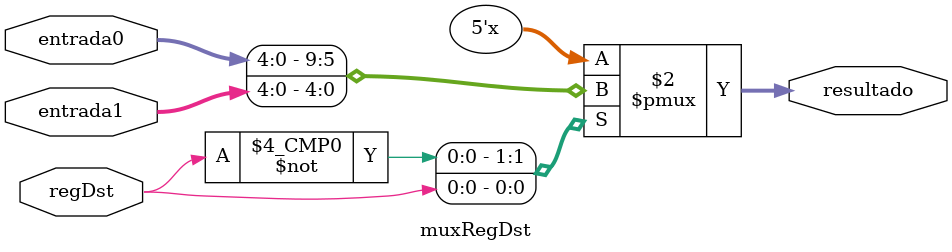
<source format=v>
module muxRegDst(

		input regDst,
		input [4:0] entrada0,
		input [4:0] entrada1,
		output reg [4:0] resultado
	);
	
	always @(*)
		begin
			case(regDst)
				1'b0: resultado <= entrada0;
				1'b1: resultado <= entrada1; 
			endcase
		end 
endmodule
</source>
